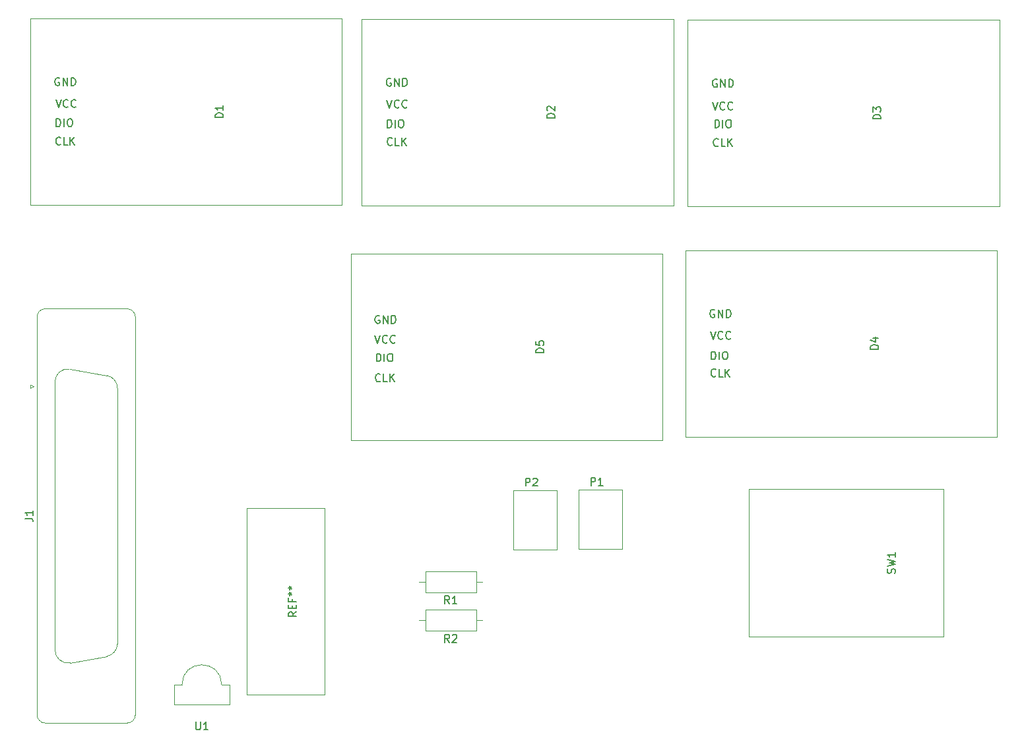
<source format=gbr>
G04 #@! TF.GenerationSoftware,KiCad,Pcbnew,(5.1.0)-1*
G04 #@! TF.CreationDate,2019-05-30T15:11:43+01:00*
G04 #@! TF.ProjectId,Eco-PCB-2,45636f2d-5043-4422-9d32-2e6b69636164,rev?*
G04 #@! TF.SameCoordinates,Original*
G04 #@! TF.FileFunction,Legend,Top*
G04 #@! TF.FilePolarity,Positive*
%FSLAX46Y46*%
G04 Gerber Fmt 4.6, Leading zero omitted, Abs format (unit mm)*
G04 Created by KiCad (PCBNEW (5.1.0)-1) date 2019-05-30 15:11:43*
%MOMM*%
%LPD*%
G04 APERTURE LIST*
%ADD10C,0.120000*%
%ADD11C,0.150000*%
G04 APERTURE END LIST*
D10*
X86296500Y-134367500D02*
X76296500Y-134367500D01*
X86296500Y-158367500D02*
X76296500Y-158367500D01*
X76296500Y-134367500D02*
X76296500Y-158367500D01*
X86296500Y-134367500D02*
X86296500Y-158367500D01*
X91061500Y-71502500D02*
X91061500Y-95502500D01*
X131061500Y-71502500D02*
X131061500Y-95502500D01*
X131061500Y-95502500D02*
X91061500Y-95502500D01*
X131061500Y-71502500D02*
X91061500Y-71502500D01*
X88516500Y-71439000D02*
X48516500Y-71439000D01*
X88516500Y-95439000D02*
X48516500Y-95439000D01*
X88516500Y-71439000D02*
X88516500Y-95439000D01*
X48516500Y-71439000D02*
X48516500Y-95439000D01*
X172908000Y-71629500D02*
X132908000Y-71629500D01*
X172908000Y-95629500D02*
X132908000Y-95629500D01*
X172908000Y-71629500D02*
X172908000Y-95629500D01*
X132908000Y-71629500D02*
X132908000Y-95629500D01*
X132590500Y-101220500D02*
X132590500Y-125220500D01*
X172590500Y-101220500D02*
X172590500Y-125220500D01*
X172590500Y-125220500D02*
X132590500Y-125220500D01*
X172590500Y-101220500D02*
X132590500Y-101220500D01*
X89664500Y-101665000D02*
X89664500Y-125665000D01*
X129664500Y-101665000D02*
X129664500Y-125665000D01*
X129664500Y-125665000D02*
X89664500Y-125665000D01*
X129664500Y-101665000D02*
X89664500Y-101665000D01*
X49402500Y-160915000D02*
G75*
G03X50462500Y-161975000I1060000J0D01*
G01*
X50462500Y-108755000D02*
G75*
G03X49402500Y-109815000I0J-1060000D01*
G01*
X62022500Y-160915000D02*
G75*
G02X60962500Y-161975000I-1060000J0D01*
G01*
X62022500Y-109815000D02*
G75*
G03X60962500Y-108755000I-1060000J0D01*
G01*
X53650756Y-154231470D02*
G75*
G02X51702500Y-152596689I-288256J1634781D01*
G01*
X53650756Y-116498530D02*
G75*
G03X51702500Y-118133311I-288256J-1634781D01*
G01*
X58350756Y-153402733D02*
G75*
G03X59722500Y-151767952I-288256J1634781D01*
G01*
X58350756Y-117327267D02*
G75*
G02X59722500Y-118962048I-288256J-1634781D01*
G01*
X49402500Y-160915000D02*
X49402500Y-109815000D01*
X50462500Y-108755000D02*
X60962500Y-108755000D01*
X62022500Y-109815000D02*
X62022500Y-160915000D01*
X60962500Y-161975000D02*
X50462500Y-161975000D01*
X48508162Y-118995000D02*
X48508162Y-118495000D01*
X48508162Y-118495000D02*
X48941175Y-118745000D01*
X48941175Y-118745000D02*
X48508162Y-118995000D01*
X51702500Y-152596689D02*
X51702500Y-118133311D01*
X59722500Y-151767952D02*
X59722500Y-118962048D01*
X53650756Y-116498530D02*
X58350756Y-117327267D01*
X53650756Y-154231470D02*
X58350756Y-153402733D01*
X118935500Y-137604500D02*
X118935500Y-139636500D01*
X124523500Y-139636500D02*
X124523500Y-137604500D01*
X118935500Y-137604500D02*
X118935500Y-132016500D01*
X124523500Y-139636500D02*
X118935500Y-139636500D01*
X124523500Y-132016500D02*
X124523500Y-137604500D01*
X118935500Y-132016500D02*
X124523500Y-132016500D01*
X110553500Y-132080000D02*
X116141500Y-132080000D01*
X116141500Y-132080000D02*
X116141500Y-137668000D01*
X116141500Y-139700000D02*
X110553500Y-139700000D01*
X110553500Y-137668000D02*
X110553500Y-132080000D01*
X116141500Y-139700000D02*
X116141500Y-137668000D01*
X110553500Y-137668000D02*
X110553500Y-139700000D01*
X105759000Y-145197500D02*
X105759000Y-142457500D01*
X105759000Y-142457500D02*
X99219000Y-142457500D01*
X99219000Y-142457500D02*
X99219000Y-145197500D01*
X99219000Y-145197500D02*
X105759000Y-145197500D01*
X106529000Y-143827500D02*
X105759000Y-143827500D01*
X98449000Y-143827500D02*
X99219000Y-143827500D01*
X98449000Y-148780500D02*
X99219000Y-148780500D01*
X106529000Y-148780500D02*
X105759000Y-148780500D01*
X99219000Y-150150500D02*
X105759000Y-150150500D01*
X99219000Y-147410500D02*
X99219000Y-150150500D01*
X105759000Y-147410500D02*
X99219000Y-147410500D01*
X105759000Y-150150500D02*
X105759000Y-147410500D01*
X140725500Y-131914500D02*
X165725500Y-131914500D01*
X165725500Y-150914500D02*
X140725500Y-150914500D01*
X165725500Y-131914500D02*
X165725500Y-150914500D01*
X140725500Y-131914500D02*
X140725500Y-150914500D01*
X66992500Y-157543500D02*
X66992500Y-159575500D01*
X66992500Y-159575500D02*
X74104500Y-159575500D01*
X74104500Y-159575500D02*
X74104500Y-157543500D01*
X68008500Y-157035500D02*
G75*
G02X73088500Y-157035500I2540000J0D01*
G01*
X68008500Y-157035500D02*
X66992500Y-157035500D01*
X66992500Y-157035500D02*
X66992500Y-157543500D01*
X73088500Y-157035500D02*
X74104500Y-157035500D01*
X74104500Y-157035500D02*
X74104500Y-157543500D01*
D11*
X82684880Y-147700833D02*
X82208690Y-148034166D01*
X82684880Y-148272261D02*
X81684880Y-148272261D01*
X81684880Y-147891309D01*
X81732500Y-147796071D01*
X81780119Y-147748452D01*
X81875357Y-147700833D01*
X82018214Y-147700833D01*
X82113452Y-147748452D01*
X82161071Y-147796071D01*
X82208690Y-147891309D01*
X82208690Y-148272261D01*
X82161071Y-147272261D02*
X82161071Y-146938928D01*
X82684880Y-146796071D02*
X82684880Y-147272261D01*
X81684880Y-147272261D01*
X81684880Y-146796071D01*
X82161071Y-146034166D02*
X82161071Y-146367500D01*
X82684880Y-146367500D02*
X81684880Y-146367500D01*
X81684880Y-145891309D01*
X81684880Y-145367500D02*
X81922976Y-145367500D01*
X81827738Y-145605595D02*
X81922976Y-145367500D01*
X81827738Y-145129404D01*
X82113452Y-145510357D02*
X81922976Y-145367500D01*
X82113452Y-145224642D01*
X81684880Y-144605595D02*
X81922976Y-144605595D01*
X81827738Y-144843690D02*
X81922976Y-144605595D01*
X81827738Y-144367500D01*
X82113452Y-144748452D02*
X81922976Y-144605595D01*
X82113452Y-144462738D01*
X115831880Y-84240595D02*
X114831880Y-84240595D01*
X114831880Y-84002500D01*
X114879500Y-83859642D01*
X114974738Y-83764404D01*
X115069976Y-83716785D01*
X115260452Y-83669166D01*
X115403309Y-83669166D01*
X115593785Y-83716785D01*
X115689023Y-83764404D01*
X115784261Y-83859642D01*
X115831880Y-84002500D01*
X115831880Y-84240595D01*
X114927119Y-83288214D02*
X114879500Y-83240595D01*
X114831880Y-83145357D01*
X114831880Y-82907261D01*
X114879500Y-82812023D01*
X114927119Y-82764404D01*
X115022357Y-82716785D01*
X115117595Y-82716785D01*
X115260452Y-82764404D01*
X115831880Y-83335833D01*
X115831880Y-82716785D01*
X94805595Y-79192500D02*
X94710357Y-79144880D01*
X94567500Y-79144880D01*
X94424642Y-79192500D01*
X94329404Y-79287738D01*
X94281785Y-79382976D01*
X94234166Y-79573452D01*
X94234166Y-79716309D01*
X94281785Y-79906785D01*
X94329404Y-80002023D01*
X94424642Y-80097261D01*
X94567500Y-80144880D01*
X94662738Y-80144880D01*
X94805595Y-80097261D01*
X94853214Y-80049642D01*
X94853214Y-79716309D01*
X94662738Y-79716309D01*
X95281785Y-80144880D02*
X95281785Y-79144880D01*
X95853214Y-80144880D01*
X95853214Y-79144880D01*
X96329404Y-80144880D02*
X96329404Y-79144880D01*
X96567500Y-79144880D01*
X96710357Y-79192500D01*
X96805595Y-79287738D01*
X96853214Y-79382976D01*
X96900833Y-79573452D01*
X96900833Y-79716309D01*
X96853214Y-79906785D01*
X96805595Y-80002023D01*
X96710357Y-80097261D01*
X96567500Y-80144880D01*
X96329404Y-80144880D01*
X94297666Y-81938880D02*
X94631000Y-82938880D01*
X94964333Y-81938880D01*
X95869095Y-82843642D02*
X95821476Y-82891261D01*
X95678619Y-82938880D01*
X95583380Y-82938880D01*
X95440523Y-82891261D01*
X95345285Y-82796023D01*
X95297666Y-82700785D01*
X95250047Y-82510309D01*
X95250047Y-82367452D01*
X95297666Y-82176976D01*
X95345285Y-82081738D01*
X95440523Y-81986500D01*
X95583380Y-81938880D01*
X95678619Y-81938880D01*
X95821476Y-81986500D01*
X95869095Y-82034119D01*
X96869095Y-82843642D02*
X96821476Y-82891261D01*
X96678619Y-82938880D01*
X96583380Y-82938880D01*
X96440523Y-82891261D01*
X96345285Y-82796023D01*
X96297666Y-82700785D01*
X96250047Y-82510309D01*
X96250047Y-82367452D01*
X96297666Y-82176976D01*
X96345285Y-82081738D01*
X96440523Y-81986500D01*
X96583380Y-81938880D01*
X96678619Y-81938880D01*
X96821476Y-81986500D01*
X96869095Y-82034119D01*
X94353190Y-85478880D02*
X94353190Y-84478880D01*
X94591285Y-84478880D01*
X94734142Y-84526500D01*
X94829380Y-84621738D01*
X94877000Y-84716976D01*
X94924619Y-84907452D01*
X94924619Y-85050309D01*
X94877000Y-85240785D01*
X94829380Y-85336023D01*
X94734142Y-85431261D01*
X94591285Y-85478880D01*
X94353190Y-85478880D01*
X95353190Y-85478880D02*
X95353190Y-84478880D01*
X96019857Y-84478880D02*
X96210333Y-84478880D01*
X96305571Y-84526500D01*
X96400809Y-84621738D01*
X96448428Y-84812214D01*
X96448428Y-85145547D01*
X96400809Y-85336023D01*
X96305571Y-85431261D01*
X96210333Y-85478880D01*
X96019857Y-85478880D01*
X95924619Y-85431261D01*
X95829380Y-85336023D01*
X95781761Y-85145547D01*
X95781761Y-84812214D01*
X95829380Y-84621738D01*
X95924619Y-84526500D01*
X96019857Y-84478880D01*
X94972261Y-87669642D02*
X94924642Y-87717261D01*
X94781785Y-87764880D01*
X94686547Y-87764880D01*
X94543690Y-87717261D01*
X94448452Y-87622023D01*
X94400833Y-87526785D01*
X94353214Y-87336309D01*
X94353214Y-87193452D01*
X94400833Y-87002976D01*
X94448452Y-86907738D01*
X94543690Y-86812500D01*
X94686547Y-86764880D01*
X94781785Y-86764880D01*
X94924642Y-86812500D01*
X94972261Y-86860119D01*
X95877023Y-87764880D02*
X95400833Y-87764880D01*
X95400833Y-86764880D01*
X96210357Y-87764880D02*
X96210357Y-86764880D01*
X96781785Y-87764880D02*
X96353214Y-87193452D01*
X96781785Y-86764880D02*
X96210357Y-87336309D01*
X73286880Y-84177095D02*
X72286880Y-84177095D01*
X72286880Y-83939000D01*
X72334500Y-83796142D01*
X72429738Y-83700904D01*
X72524976Y-83653285D01*
X72715452Y-83605666D01*
X72858309Y-83605666D01*
X73048785Y-83653285D01*
X73144023Y-83700904D01*
X73239261Y-83796142D01*
X73286880Y-83939000D01*
X73286880Y-84177095D01*
X73286880Y-82653285D02*
X73286880Y-83224714D01*
X73286880Y-82939000D02*
X72286880Y-82939000D01*
X72429738Y-83034238D01*
X72524976Y-83129476D01*
X72572595Y-83224714D01*
X52427261Y-87606142D02*
X52379642Y-87653761D01*
X52236785Y-87701380D01*
X52141547Y-87701380D01*
X51998690Y-87653761D01*
X51903452Y-87558523D01*
X51855833Y-87463285D01*
X51808214Y-87272809D01*
X51808214Y-87129952D01*
X51855833Y-86939476D01*
X51903452Y-86844238D01*
X51998690Y-86749000D01*
X52141547Y-86701380D01*
X52236785Y-86701380D01*
X52379642Y-86749000D01*
X52427261Y-86796619D01*
X53332023Y-87701380D02*
X52855833Y-87701380D01*
X52855833Y-86701380D01*
X53665357Y-87701380D02*
X53665357Y-86701380D01*
X54236785Y-87701380D02*
X53808214Y-87129952D01*
X54236785Y-86701380D02*
X53665357Y-87272809D01*
X51871690Y-85351880D02*
X51871690Y-84351880D01*
X52109785Y-84351880D01*
X52252642Y-84399500D01*
X52347880Y-84494738D01*
X52395500Y-84589976D01*
X52443119Y-84780452D01*
X52443119Y-84923309D01*
X52395500Y-85113785D01*
X52347880Y-85209023D01*
X52252642Y-85304261D01*
X52109785Y-85351880D01*
X51871690Y-85351880D01*
X52871690Y-85351880D02*
X52871690Y-84351880D01*
X53538357Y-84351880D02*
X53728833Y-84351880D01*
X53824071Y-84399500D01*
X53919309Y-84494738D01*
X53966928Y-84685214D01*
X53966928Y-85018547D01*
X53919309Y-85209023D01*
X53824071Y-85304261D01*
X53728833Y-85351880D01*
X53538357Y-85351880D01*
X53443119Y-85304261D01*
X53347880Y-85209023D01*
X53300261Y-85018547D01*
X53300261Y-84685214D01*
X53347880Y-84494738D01*
X53443119Y-84399500D01*
X53538357Y-84351880D01*
X51816166Y-81875380D02*
X52149500Y-82875380D01*
X52482833Y-81875380D01*
X53387595Y-82780142D02*
X53339976Y-82827761D01*
X53197119Y-82875380D01*
X53101880Y-82875380D01*
X52959023Y-82827761D01*
X52863785Y-82732523D01*
X52816166Y-82637285D01*
X52768547Y-82446809D01*
X52768547Y-82303952D01*
X52816166Y-82113476D01*
X52863785Y-82018238D01*
X52959023Y-81923000D01*
X53101880Y-81875380D01*
X53197119Y-81875380D01*
X53339976Y-81923000D01*
X53387595Y-81970619D01*
X54387595Y-82780142D02*
X54339976Y-82827761D01*
X54197119Y-82875380D01*
X54101880Y-82875380D01*
X53959023Y-82827761D01*
X53863785Y-82732523D01*
X53816166Y-82637285D01*
X53768547Y-82446809D01*
X53768547Y-82303952D01*
X53816166Y-82113476D01*
X53863785Y-82018238D01*
X53959023Y-81923000D01*
X54101880Y-81875380D01*
X54197119Y-81875380D01*
X54339976Y-81923000D01*
X54387595Y-81970619D01*
X52260595Y-79129000D02*
X52165357Y-79081380D01*
X52022500Y-79081380D01*
X51879642Y-79129000D01*
X51784404Y-79224238D01*
X51736785Y-79319476D01*
X51689166Y-79509952D01*
X51689166Y-79652809D01*
X51736785Y-79843285D01*
X51784404Y-79938523D01*
X51879642Y-80033761D01*
X52022500Y-80081380D01*
X52117738Y-80081380D01*
X52260595Y-80033761D01*
X52308214Y-79986142D01*
X52308214Y-79652809D01*
X52117738Y-79652809D01*
X52736785Y-80081380D02*
X52736785Y-79081380D01*
X53308214Y-80081380D01*
X53308214Y-79081380D01*
X53784404Y-80081380D02*
X53784404Y-79081380D01*
X54022500Y-79081380D01*
X54165357Y-79129000D01*
X54260595Y-79224238D01*
X54308214Y-79319476D01*
X54355833Y-79509952D01*
X54355833Y-79652809D01*
X54308214Y-79843285D01*
X54260595Y-79938523D01*
X54165357Y-80033761D01*
X54022500Y-80081380D01*
X53784404Y-80081380D01*
X157678380Y-84367595D02*
X156678380Y-84367595D01*
X156678380Y-84129500D01*
X156726000Y-83986642D01*
X156821238Y-83891404D01*
X156916476Y-83843785D01*
X157106952Y-83796166D01*
X157249809Y-83796166D01*
X157440285Y-83843785D01*
X157535523Y-83891404D01*
X157630761Y-83986642D01*
X157678380Y-84129500D01*
X157678380Y-84367595D01*
X156678380Y-83462833D02*
X156678380Y-82843785D01*
X157059333Y-83177119D01*
X157059333Y-83034261D01*
X157106952Y-82939023D01*
X157154571Y-82891404D01*
X157249809Y-82843785D01*
X157487904Y-82843785D01*
X157583142Y-82891404D01*
X157630761Y-82939023D01*
X157678380Y-83034261D01*
X157678380Y-83319976D01*
X157630761Y-83415214D01*
X157583142Y-83462833D01*
X136818761Y-87796642D02*
X136771142Y-87844261D01*
X136628285Y-87891880D01*
X136533047Y-87891880D01*
X136390190Y-87844261D01*
X136294952Y-87749023D01*
X136247333Y-87653785D01*
X136199714Y-87463309D01*
X136199714Y-87320452D01*
X136247333Y-87129976D01*
X136294952Y-87034738D01*
X136390190Y-86939500D01*
X136533047Y-86891880D01*
X136628285Y-86891880D01*
X136771142Y-86939500D01*
X136818761Y-86987119D01*
X137723523Y-87891880D02*
X137247333Y-87891880D01*
X137247333Y-86891880D01*
X138056857Y-87891880D02*
X138056857Y-86891880D01*
X138628285Y-87891880D02*
X138199714Y-87320452D01*
X138628285Y-86891880D02*
X138056857Y-87463309D01*
X136390190Y-85478880D02*
X136390190Y-84478880D01*
X136628285Y-84478880D01*
X136771142Y-84526500D01*
X136866380Y-84621738D01*
X136914000Y-84716976D01*
X136961619Y-84907452D01*
X136961619Y-85050309D01*
X136914000Y-85240785D01*
X136866380Y-85336023D01*
X136771142Y-85431261D01*
X136628285Y-85478880D01*
X136390190Y-85478880D01*
X137390190Y-85478880D02*
X137390190Y-84478880D01*
X138056857Y-84478880D02*
X138247333Y-84478880D01*
X138342571Y-84526500D01*
X138437809Y-84621738D01*
X138485428Y-84812214D01*
X138485428Y-85145547D01*
X138437809Y-85336023D01*
X138342571Y-85431261D01*
X138247333Y-85478880D01*
X138056857Y-85478880D01*
X137961619Y-85431261D01*
X137866380Y-85336023D01*
X137818761Y-85145547D01*
X137818761Y-84812214D01*
X137866380Y-84621738D01*
X137961619Y-84526500D01*
X138056857Y-84478880D01*
X136080666Y-82192880D02*
X136414000Y-83192880D01*
X136747333Y-82192880D01*
X137652095Y-83097642D02*
X137604476Y-83145261D01*
X137461619Y-83192880D01*
X137366380Y-83192880D01*
X137223523Y-83145261D01*
X137128285Y-83050023D01*
X137080666Y-82954785D01*
X137033047Y-82764309D01*
X137033047Y-82621452D01*
X137080666Y-82430976D01*
X137128285Y-82335738D01*
X137223523Y-82240500D01*
X137366380Y-82192880D01*
X137461619Y-82192880D01*
X137604476Y-82240500D01*
X137652095Y-82288119D01*
X138652095Y-83097642D02*
X138604476Y-83145261D01*
X138461619Y-83192880D01*
X138366380Y-83192880D01*
X138223523Y-83145261D01*
X138128285Y-83050023D01*
X138080666Y-82954785D01*
X138033047Y-82764309D01*
X138033047Y-82621452D01*
X138080666Y-82430976D01*
X138128285Y-82335738D01*
X138223523Y-82240500D01*
X138366380Y-82192880D01*
X138461619Y-82192880D01*
X138604476Y-82240500D01*
X138652095Y-82288119D01*
X136652095Y-79319500D02*
X136556857Y-79271880D01*
X136414000Y-79271880D01*
X136271142Y-79319500D01*
X136175904Y-79414738D01*
X136128285Y-79509976D01*
X136080666Y-79700452D01*
X136080666Y-79843309D01*
X136128285Y-80033785D01*
X136175904Y-80129023D01*
X136271142Y-80224261D01*
X136414000Y-80271880D01*
X136509238Y-80271880D01*
X136652095Y-80224261D01*
X136699714Y-80176642D01*
X136699714Y-79843309D01*
X136509238Y-79843309D01*
X137128285Y-80271880D02*
X137128285Y-79271880D01*
X137699714Y-80271880D01*
X137699714Y-79271880D01*
X138175904Y-80271880D02*
X138175904Y-79271880D01*
X138414000Y-79271880D01*
X138556857Y-79319500D01*
X138652095Y-79414738D01*
X138699714Y-79509976D01*
X138747333Y-79700452D01*
X138747333Y-79843309D01*
X138699714Y-80033785D01*
X138652095Y-80129023D01*
X138556857Y-80224261D01*
X138414000Y-80271880D01*
X138175904Y-80271880D01*
X157360880Y-113958595D02*
X156360880Y-113958595D01*
X156360880Y-113720500D01*
X156408500Y-113577642D01*
X156503738Y-113482404D01*
X156598976Y-113434785D01*
X156789452Y-113387166D01*
X156932309Y-113387166D01*
X157122785Y-113434785D01*
X157218023Y-113482404D01*
X157313261Y-113577642D01*
X157360880Y-113720500D01*
X157360880Y-113958595D01*
X156694214Y-112530023D02*
X157360880Y-112530023D01*
X156313261Y-112768119D02*
X157027547Y-113006214D01*
X157027547Y-112387166D01*
X136334595Y-108910500D02*
X136239357Y-108862880D01*
X136096500Y-108862880D01*
X135953642Y-108910500D01*
X135858404Y-109005738D01*
X135810785Y-109100976D01*
X135763166Y-109291452D01*
X135763166Y-109434309D01*
X135810785Y-109624785D01*
X135858404Y-109720023D01*
X135953642Y-109815261D01*
X136096500Y-109862880D01*
X136191738Y-109862880D01*
X136334595Y-109815261D01*
X136382214Y-109767642D01*
X136382214Y-109434309D01*
X136191738Y-109434309D01*
X136810785Y-109862880D02*
X136810785Y-108862880D01*
X137382214Y-109862880D01*
X137382214Y-108862880D01*
X137858404Y-109862880D02*
X137858404Y-108862880D01*
X138096500Y-108862880D01*
X138239357Y-108910500D01*
X138334595Y-109005738D01*
X138382214Y-109100976D01*
X138429833Y-109291452D01*
X138429833Y-109434309D01*
X138382214Y-109624785D01*
X138334595Y-109720023D01*
X138239357Y-109815261D01*
X138096500Y-109862880D01*
X137858404Y-109862880D01*
X135826666Y-111656880D02*
X136160000Y-112656880D01*
X136493333Y-111656880D01*
X137398095Y-112561642D02*
X137350476Y-112609261D01*
X137207619Y-112656880D01*
X137112380Y-112656880D01*
X136969523Y-112609261D01*
X136874285Y-112514023D01*
X136826666Y-112418785D01*
X136779047Y-112228309D01*
X136779047Y-112085452D01*
X136826666Y-111894976D01*
X136874285Y-111799738D01*
X136969523Y-111704500D01*
X137112380Y-111656880D01*
X137207619Y-111656880D01*
X137350476Y-111704500D01*
X137398095Y-111752119D01*
X138398095Y-112561642D02*
X138350476Y-112609261D01*
X138207619Y-112656880D01*
X138112380Y-112656880D01*
X137969523Y-112609261D01*
X137874285Y-112514023D01*
X137826666Y-112418785D01*
X137779047Y-112228309D01*
X137779047Y-112085452D01*
X137826666Y-111894976D01*
X137874285Y-111799738D01*
X137969523Y-111704500D01*
X138112380Y-111656880D01*
X138207619Y-111656880D01*
X138350476Y-111704500D01*
X138398095Y-111752119D01*
X135945690Y-115260380D02*
X135945690Y-114260380D01*
X136183785Y-114260380D01*
X136326642Y-114308000D01*
X136421880Y-114403238D01*
X136469500Y-114498476D01*
X136517119Y-114688952D01*
X136517119Y-114831809D01*
X136469500Y-115022285D01*
X136421880Y-115117523D01*
X136326642Y-115212761D01*
X136183785Y-115260380D01*
X135945690Y-115260380D01*
X136945690Y-115260380D02*
X136945690Y-114260380D01*
X137612357Y-114260380D02*
X137802833Y-114260380D01*
X137898071Y-114308000D01*
X137993309Y-114403238D01*
X138040928Y-114593714D01*
X138040928Y-114927047D01*
X137993309Y-115117523D01*
X137898071Y-115212761D01*
X137802833Y-115260380D01*
X137612357Y-115260380D01*
X137517119Y-115212761D01*
X137421880Y-115117523D01*
X137374261Y-114927047D01*
X137374261Y-114593714D01*
X137421880Y-114403238D01*
X137517119Y-114308000D01*
X137612357Y-114260380D01*
X136501261Y-117387642D02*
X136453642Y-117435261D01*
X136310785Y-117482880D01*
X136215547Y-117482880D01*
X136072690Y-117435261D01*
X135977452Y-117340023D01*
X135929833Y-117244785D01*
X135882214Y-117054309D01*
X135882214Y-116911452D01*
X135929833Y-116720976D01*
X135977452Y-116625738D01*
X136072690Y-116530500D01*
X136215547Y-116482880D01*
X136310785Y-116482880D01*
X136453642Y-116530500D01*
X136501261Y-116578119D01*
X137406023Y-117482880D02*
X136929833Y-117482880D01*
X136929833Y-116482880D01*
X137739357Y-117482880D02*
X137739357Y-116482880D01*
X138310785Y-117482880D02*
X137882214Y-116911452D01*
X138310785Y-116482880D02*
X137739357Y-117054309D01*
X114434880Y-114403095D02*
X113434880Y-114403095D01*
X113434880Y-114165000D01*
X113482500Y-114022142D01*
X113577738Y-113926904D01*
X113672976Y-113879285D01*
X113863452Y-113831666D01*
X114006309Y-113831666D01*
X114196785Y-113879285D01*
X114292023Y-113926904D01*
X114387261Y-114022142D01*
X114434880Y-114165000D01*
X114434880Y-114403095D01*
X113434880Y-112926904D02*
X113434880Y-113403095D01*
X113911071Y-113450714D01*
X113863452Y-113403095D01*
X113815833Y-113307857D01*
X113815833Y-113069761D01*
X113863452Y-112974523D01*
X113911071Y-112926904D01*
X114006309Y-112879285D01*
X114244404Y-112879285D01*
X114339642Y-112926904D01*
X114387261Y-112974523D01*
X114434880Y-113069761D01*
X114434880Y-113307857D01*
X114387261Y-113403095D01*
X114339642Y-113450714D01*
X93345095Y-109672500D02*
X93249857Y-109624880D01*
X93107000Y-109624880D01*
X92964142Y-109672500D01*
X92868904Y-109767738D01*
X92821285Y-109862976D01*
X92773666Y-110053452D01*
X92773666Y-110196309D01*
X92821285Y-110386785D01*
X92868904Y-110482023D01*
X92964142Y-110577261D01*
X93107000Y-110624880D01*
X93202238Y-110624880D01*
X93345095Y-110577261D01*
X93392714Y-110529642D01*
X93392714Y-110196309D01*
X93202238Y-110196309D01*
X93821285Y-110624880D02*
X93821285Y-109624880D01*
X94392714Y-110624880D01*
X94392714Y-109624880D01*
X94868904Y-110624880D02*
X94868904Y-109624880D01*
X95107000Y-109624880D01*
X95249857Y-109672500D01*
X95345095Y-109767738D01*
X95392714Y-109862976D01*
X95440333Y-110053452D01*
X95440333Y-110196309D01*
X95392714Y-110386785D01*
X95345095Y-110482023D01*
X95249857Y-110577261D01*
X95107000Y-110624880D01*
X94868904Y-110624880D01*
X92773666Y-112164880D02*
X93107000Y-113164880D01*
X93440333Y-112164880D01*
X94345095Y-113069642D02*
X94297476Y-113117261D01*
X94154619Y-113164880D01*
X94059380Y-113164880D01*
X93916523Y-113117261D01*
X93821285Y-113022023D01*
X93773666Y-112926785D01*
X93726047Y-112736309D01*
X93726047Y-112593452D01*
X93773666Y-112402976D01*
X93821285Y-112307738D01*
X93916523Y-112212500D01*
X94059380Y-112164880D01*
X94154619Y-112164880D01*
X94297476Y-112212500D01*
X94345095Y-112260119D01*
X95345095Y-113069642D02*
X95297476Y-113117261D01*
X95154619Y-113164880D01*
X95059380Y-113164880D01*
X94916523Y-113117261D01*
X94821285Y-113022023D01*
X94773666Y-112926785D01*
X94726047Y-112736309D01*
X94726047Y-112593452D01*
X94773666Y-112402976D01*
X94821285Y-112307738D01*
X94916523Y-112212500D01*
X95059380Y-112164880D01*
X95154619Y-112164880D01*
X95297476Y-112212500D01*
X95345095Y-112260119D01*
X92956190Y-115514380D02*
X92956190Y-114514380D01*
X93194285Y-114514380D01*
X93337142Y-114562000D01*
X93432380Y-114657238D01*
X93480000Y-114752476D01*
X93527619Y-114942952D01*
X93527619Y-115085809D01*
X93480000Y-115276285D01*
X93432380Y-115371523D01*
X93337142Y-115466761D01*
X93194285Y-115514380D01*
X92956190Y-115514380D01*
X93956190Y-115514380D02*
X93956190Y-114514380D01*
X94622857Y-114514380D02*
X94813333Y-114514380D01*
X94908571Y-114562000D01*
X95003809Y-114657238D01*
X95051428Y-114847714D01*
X95051428Y-115181047D01*
X95003809Y-115371523D01*
X94908571Y-115466761D01*
X94813333Y-115514380D01*
X94622857Y-115514380D01*
X94527619Y-115466761D01*
X94432380Y-115371523D01*
X94384761Y-115181047D01*
X94384761Y-114847714D01*
X94432380Y-114657238D01*
X94527619Y-114562000D01*
X94622857Y-114514380D01*
X93448261Y-118022642D02*
X93400642Y-118070261D01*
X93257785Y-118117880D01*
X93162547Y-118117880D01*
X93019690Y-118070261D01*
X92924452Y-117975023D01*
X92876833Y-117879785D01*
X92829214Y-117689309D01*
X92829214Y-117546452D01*
X92876833Y-117355976D01*
X92924452Y-117260738D01*
X93019690Y-117165500D01*
X93162547Y-117117880D01*
X93257785Y-117117880D01*
X93400642Y-117165500D01*
X93448261Y-117213119D01*
X94353023Y-118117880D02*
X93876833Y-118117880D01*
X93876833Y-117117880D01*
X94686357Y-118117880D02*
X94686357Y-117117880D01*
X95257785Y-118117880D02*
X94829214Y-117546452D01*
X95257785Y-117117880D02*
X94686357Y-117689309D01*
X47854880Y-135698333D02*
X48569166Y-135698333D01*
X48712023Y-135745952D01*
X48807261Y-135841190D01*
X48854880Y-135984047D01*
X48854880Y-136079285D01*
X48854880Y-134698333D02*
X48854880Y-135269761D01*
X48854880Y-134984047D02*
X47854880Y-134984047D01*
X47997738Y-135079285D01*
X48092976Y-135174523D01*
X48140595Y-135269761D01*
X120483404Y-131452880D02*
X120483404Y-130452880D01*
X120864357Y-130452880D01*
X120959595Y-130500500D01*
X121007214Y-130548119D01*
X121054833Y-130643357D01*
X121054833Y-130786214D01*
X121007214Y-130881452D01*
X120959595Y-130929071D01*
X120864357Y-130976690D01*
X120483404Y-130976690D01*
X122007214Y-131452880D02*
X121435785Y-131452880D01*
X121721500Y-131452880D02*
X121721500Y-130452880D01*
X121626261Y-130595738D01*
X121531023Y-130690976D01*
X121435785Y-130738595D01*
X112101404Y-131516380D02*
X112101404Y-130516380D01*
X112482357Y-130516380D01*
X112577595Y-130564000D01*
X112625214Y-130611619D01*
X112672833Y-130706857D01*
X112672833Y-130849714D01*
X112625214Y-130944952D01*
X112577595Y-130992571D01*
X112482357Y-131040190D01*
X112101404Y-131040190D01*
X113053785Y-130611619D02*
X113101404Y-130564000D01*
X113196642Y-130516380D01*
X113434738Y-130516380D01*
X113529976Y-130564000D01*
X113577595Y-130611619D01*
X113625214Y-130706857D01*
X113625214Y-130802095D01*
X113577595Y-130944952D01*
X113006166Y-131516380D01*
X113625214Y-131516380D01*
X102322333Y-146649880D02*
X101989000Y-146173690D01*
X101750904Y-146649880D02*
X101750904Y-145649880D01*
X102131857Y-145649880D01*
X102227095Y-145697500D01*
X102274714Y-145745119D01*
X102322333Y-145840357D01*
X102322333Y-145983214D01*
X102274714Y-146078452D01*
X102227095Y-146126071D01*
X102131857Y-146173690D01*
X101750904Y-146173690D01*
X103274714Y-146649880D02*
X102703285Y-146649880D01*
X102989000Y-146649880D02*
X102989000Y-145649880D01*
X102893761Y-145792738D01*
X102798523Y-145887976D01*
X102703285Y-145935595D01*
X102322333Y-151602880D02*
X101989000Y-151126690D01*
X101750904Y-151602880D02*
X101750904Y-150602880D01*
X102131857Y-150602880D01*
X102227095Y-150650500D01*
X102274714Y-150698119D01*
X102322333Y-150793357D01*
X102322333Y-150936214D01*
X102274714Y-151031452D01*
X102227095Y-151079071D01*
X102131857Y-151126690D01*
X101750904Y-151126690D01*
X102703285Y-150698119D02*
X102750904Y-150650500D01*
X102846142Y-150602880D01*
X103084238Y-150602880D01*
X103179476Y-150650500D01*
X103227095Y-150698119D01*
X103274714Y-150793357D01*
X103274714Y-150888595D01*
X103227095Y-151031452D01*
X102655666Y-151602880D01*
X103274714Y-151602880D01*
X159472261Y-142747833D02*
X159519880Y-142604976D01*
X159519880Y-142366880D01*
X159472261Y-142271642D01*
X159424642Y-142224023D01*
X159329404Y-142176404D01*
X159234166Y-142176404D01*
X159138928Y-142224023D01*
X159091309Y-142271642D01*
X159043690Y-142366880D01*
X158996071Y-142557357D01*
X158948452Y-142652595D01*
X158900833Y-142700214D01*
X158805595Y-142747833D01*
X158710357Y-142747833D01*
X158615119Y-142700214D01*
X158567500Y-142652595D01*
X158519880Y-142557357D01*
X158519880Y-142319261D01*
X158567500Y-142176404D01*
X158519880Y-141843071D02*
X159519880Y-141604976D01*
X158805595Y-141414500D01*
X159519880Y-141224023D01*
X158519880Y-140985928D01*
X159519880Y-140081166D02*
X159519880Y-140652595D01*
X159519880Y-140366880D02*
X158519880Y-140366880D01*
X158662738Y-140462119D01*
X158757976Y-140557357D01*
X158805595Y-140652595D01*
X69786595Y-161821880D02*
X69786595Y-162631404D01*
X69834214Y-162726642D01*
X69881833Y-162774261D01*
X69977071Y-162821880D01*
X70167547Y-162821880D01*
X70262785Y-162774261D01*
X70310404Y-162726642D01*
X70358023Y-162631404D01*
X70358023Y-161821880D01*
X71358023Y-162821880D02*
X70786595Y-162821880D01*
X71072309Y-162821880D02*
X71072309Y-161821880D01*
X70977071Y-161964738D01*
X70881833Y-162059976D01*
X70786595Y-162107595D01*
M02*

</source>
